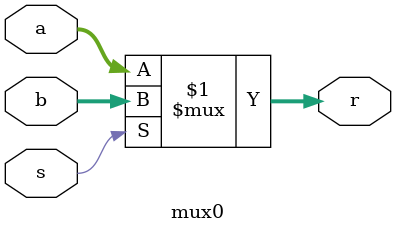
<source format=v>
`timescale 1ns / 1ps
module mux0 (
  input [31:0]a,
  input [31:0]b,
  input s,
  output [31:0]r
    );
  begin
  assign r=s? b:a;
	end

endmodule

</source>
